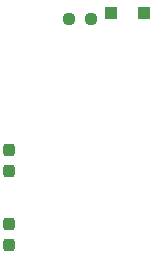
<source format=gbr>
%TF.GenerationSoftware,KiCad,Pcbnew,9.0.2*%
%TF.CreationDate,2025-10-13T00:09:24+02:00*%
%TF.ProjectId,STM32 RC AUTO,53544d33-3220-4524-9320-4155544f2e6b,rev?*%
%TF.SameCoordinates,Original*%
%TF.FileFunction,Paste,Bot*%
%TF.FilePolarity,Positive*%
%FSLAX46Y46*%
G04 Gerber Fmt 4.6, Leading zero omitted, Abs format (unit mm)*
G04 Created by KiCad (PCBNEW 9.0.2) date 2025-10-13 00:09:24*
%MOMM*%
%LPD*%
G01*
G04 APERTURE LIST*
G04 Aperture macros list*
%AMRoundRect*
0 Rectangle with rounded corners*
0 $1 Rounding radius*
0 $2 $3 $4 $5 $6 $7 $8 $9 X,Y pos of 4 corners*
0 Add a 4 corners polygon primitive as box body*
4,1,4,$2,$3,$4,$5,$6,$7,$8,$9,$2,$3,0*
0 Add four circle primitives for the rounded corners*
1,1,$1+$1,$2,$3*
1,1,$1+$1,$4,$5*
1,1,$1+$1,$6,$7*
1,1,$1+$1,$8,$9*
0 Add four rect primitives between the rounded corners*
20,1,$1+$1,$2,$3,$4,$5,0*
20,1,$1+$1,$4,$5,$6,$7,0*
20,1,$1+$1,$6,$7,$8,$9,0*
20,1,$1+$1,$8,$9,$2,$3,0*%
G04 Aperture macros list end*
%ADD10RoundRect,0.237500X-0.237500X0.300000X-0.237500X-0.300000X0.237500X-0.300000X0.237500X0.300000X0*%
%ADD11RoundRect,0.250000X0.300000X0.300000X-0.300000X0.300000X-0.300000X-0.300000X0.300000X-0.300000X0*%
%ADD12RoundRect,0.237500X-0.250000X-0.237500X0.250000X-0.237500X0.250000X0.237500X-0.250000X0.237500X0*%
G04 APERTURE END LIST*
D10*
%TO.C,C10*%
X61500000Y-127387500D03*
X61500000Y-129112500D03*
%TD*%
%TO.C,C7*%
X61500000Y-121137500D03*
X61500000Y-122862500D03*
%TD*%
D11*
%TO.C,D7*%
X72900000Y-109500000D03*
X70100000Y-109500000D03*
%TD*%
D12*
%TO.C,R3*%
X66587500Y-110000000D03*
X68412500Y-110000000D03*
%TD*%
M02*

</source>
